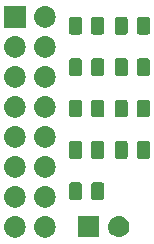
<source format=gbr>
G04 #@! TF.GenerationSoftware,KiCad,Pcbnew,(5.1.0-0)*
G04 #@! TF.CreationDate,2019-08-08T23:34:54-04:00*
G04 #@! TF.ProjectId,Dell Optiplex Front Panel LED Indicator Adapter,44656c6c-204f-4707-9469-706c65782046,rev?*
G04 #@! TF.SameCoordinates,Original*
G04 #@! TF.FileFunction,Soldermask,Top*
G04 #@! TF.FilePolarity,Negative*
%FSLAX46Y46*%
G04 Gerber Fmt 4.6, Leading zero omitted, Abs format (unit mm)*
G04 Created by KiCad (PCBNEW (5.1.0-0)) date 2019-08-08 23:34:54*
%MOMM*%
%LPD*%
G04 APERTURE LIST*
%ADD10C,0.100000*%
G04 APERTURE END LIST*
D10*
G36*
X147150442Y-81635518D02*
G01*
X147216627Y-81642037D01*
X147386466Y-81693557D01*
X147542991Y-81777222D01*
X147578729Y-81806552D01*
X147680186Y-81889814D01*
X147763448Y-81991271D01*
X147792778Y-82027009D01*
X147792779Y-82027011D01*
X147860407Y-82153532D01*
X147876443Y-82183534D01*
X147927963Y-82353373D01*
X147945359Y-82530000D01*
X147927963Y-82706627D01*
X147876443Y-82876466D01*
X147792778Y-83032991D01*
X147763448Y-83068729D01*
X147680186Y-83170186D01*
X147579546Y-83252778D01*
X147542991Y-83282778D01*
X147542989Y-83282779D01*
X147442594Y-83336442D01*
X147386466Y-83366443D01*
X147216627Y-83417963D01*
X147150442Y-83424482D01*
X147084260Y-83431000D01*
X146995740Y-83431000D01*
X146929558Y-83424482D01*
X146863373Y-83417963D01*
X146693534Y-83366443D01*
X146637407Y-83336442D01*
X146537011Y-83282779D01*
X146537009Y-83282778D01*
X146500454Y-83252778D01*
X146399814Y-83170186D01*
X146316552Y-83068729D01*
X146287222Y-83032991D01*
X146203557Y-82876466D01*
X146152037Y-82706627D01*
X146134641Y-82530000D01*
X146152037Y-82353373D01*
X146203557Y-82183534D01*
X146219594Y-82153532D01*
X146287221Y-82027011D01*
X146287222Y-82027009D01*
X146316552Y-81991271D01*
X146399814Y-81889814D01*
X146501271Y-81806552D01*
X146537009Y-81777222D01*
X146693534Y-81693557D01*
X146863373Y-81642037D01*
X146929558Y-81635518D01*
X146995740Y-81629000D01*
X147084260Y-81629000D01*
X147150442Y-81635518D01*
X147150442Y-81635518D01*
G37*
G36*
X144610442Y-81635518D02*
G01*
X144676627Y-81642037D01*
X144846466Y-81693557D01*
X145002991Y-81777222D01*
X145038729Y-81806552D01*
X145140186Y-81889814D01*
X145223448Y-81991271D01*
X145252778Y-82027009D01*
X145252779Y-82027011D01*
X145320407Y-82153532D01*
X145336443Y-82183534D01*
X145387963Y-82353373D01*
X145405359Y-82530000D01*
X145387963Y-82706627D01*
X145336443Y-82876466D01*
X145252778Y-83032991D01*
X145223448Y-83068729D01*
X145140186Y-83170186D01*
X145039546Y-83252778D01*
X145002991Y-83282778D01*
X145002989Y-83282779D01*
X144902594Y-83336442D01*
X144846466Y-83366443D01*
X144676627Y-83417963D01*
X144610442Y-83424482D01*
X144544260Y-83431000D01*
X144455740Y-83431000D01*
X144389558Y-83424482D01*
X144323373Y-83417963D01*
X144153534Y-83366443D01*
X144097407Y-83336442D01*
X143997011Y-83282779D01*
X143997009Y-83282778D01*
X143960454Y-83252778D01*
X143859814Y-83170186D01*
X143776552Y-83068729D01*
X143747222Y-83032991D01*
X143663557Y-82876466D01*
X143612037Y-82706627D01*
X143594641Y-82530000D01*
X143612037Y-82353373D01*
X143663557Y-82183534D01*
X143679594Y-82153532D01*
X143747221Y-82027011D01*
X143747222Y-82027009D01*
X143776552Y-81991271D01*
X143859814Y-81889814D01*
X143961271Y-81806552D01*
X143997009Y-81777222D01*
X144153534Y-81693557D01*
X144323373Y-81642037D01*
X144389558Y-81635518D01*
X144455740Y-81629000D01*
X144544260Y-81629000D01*
X144610442Y-81635518D01*
X144610442Y-81635518D01*
G37*
G36*
X153400442Y-81605518D02*
G01*
X153466627Y-81612037D01*
X153636466Y-81663557D01*
X153636468Y-81663558D01*
X153714729Y-81705390D01*
X153792991Y-81747222D01*
X153828729Y-81776552D01*
X153930186Y-81859814D01*
X154013448Y-81961271D01*
X154042778Y-81997009D01*
X154126443Y-82153534D01*
X154177963Y-82323373D01*
X154195359Y-82500000D01*
X154177963Y-82676627D01*
X154126443Y-82846466D01*
X154126442Y-82846468D01*
X154084611Y-82924728D01*
X154042778Y-83002991D01*
X154018159Y-83032989D01*
X153930186Y-83140186D01*
X153828729Y-83223448D01*
X153792991Y-83252778D01*
X153636466Y-83336443D01*
X153466627Y-83387963D01*
X153400443Y-83394481D01*
X153334260Y-83401000D01*
X153245740Y-83401000D01*
X153179557Y-83394481D01*
X153113373Y-83387963D01*
X152943534Y-83336443D01*
X152787009Y-83252778D01*
X152751271Y-83223448D01*
X152649814Y-83140186D01*
X152561841Y-83032989D01*
X152537222Y-83002991D01*
X152495389Y-82924728D01*
X152453558Y-82846468D01*
X152453557Y-82846466D01*
X152402037Y-82676627D01*
X152384641Y-82500000D01*
X152402037Y-82323373D01*
X152453557Y-82153534D01*
X152537222Y-81997009D01*
X152566552Y-81961271D01*
X152649814Y-81859814D01*
X152751271Y-81776552D01*
X152787009Y-81747222D01*
X152865271Y-81705390D01*
X152943532Y-81663558D01*
X152943534Y-81663557D01*
X153113373Y-81612037D01*
X153179558Y-81605518D01*
X153245740Y-81599000D01*
X153334260Y-81599000D01*
X153400442Y-81605518D01*
X153400442Y-81605518D01*
G37*
G36*
X151651000Y-83401000D02*
G01*
X149849000Y-83401000D01*
X149849000Y-81599000D01*
X151651000Y-81599000D01*
X151651000Y-83401000D01*
X151651000Y-83401000D01*
G37*
G36*
X144610443Y-79095519D02*
G01*
X144676627Y-79102037D01*
X144846466Y-79153557D01*
X145002991Y-79237222D01*
X145038729Y-79266552D01*
X145140186Y-79349814D01*
X145223448Y-79451271D01*
X145252778Y-79487009D01*
X145336443Y-79643534D01*
X145387963Y-79813373D01*
X145405359Y-79990000D01*
X145387963Y-80166627D01*
X145336443Y-80336466D01*
X145252778Y-80492991D01*
X145223448Y-80528729D01*
X145140186Y-80630186D01*
X145038729Y-80713448D01*
X145002991Y-80742778D01*
X144846466Y-80826443D01*
X144676627Y-80877963D01*
X144610443Y-80884481D01*
X144544260Y-80891000D01*
X144455740Y-80891000D01*
X144389557Y-80884481D01*
X144323373Y-80877963D01*
X144153534Y-80826443D01*
X143997009Y-80742778D01*
X143961271Y-80713448D01*
X143859814Y-80630186D01*
X143776552Y-80528729D01*
X143747222Y-80492991D01*
X143663557Y-80336466D01*
X143612037Y-80166627D01*
X143594641Y-79990000D01*
X143612037Y-79813373D01*
X143663557Y-79643534D01*
X143747222Y-79487009D01*
X143776552Y-79451271D01*
X143859814Y-79349814D01*
X143961271Y-79266552D01*
X143997009Y-79237222D01*
X144153534Y-79153557D01*
X144323373Y-79102037D01*
X144389557Y-79095519D01*
X144455740Y-79089000D01*
X144544260Y-79089000D01*
X144610443Y-79095519D01*
X144610443Y-79095519D01*
G37*
G36*
X147150443Y-79095519D02*
G01*
X147216627Y-79102037D01*
X147386466Y-79153557D01*
X147542991Y-79237222D01*
X147578729Y-79266552D01*
X147680186Y-79349814D01*
X147763448Y-79451271D01*
X147792778Y-79487009D01*
X147876443Y-79643534D01*
X147927963Y-79813373D01*
X147945359Y-79990000D01*
X147927963Y-80166627D01*
X147876443Y-80336466D01*
X147792778Y-80492991D01*
X147763448Y-80528729D01*
X147680186Y-80630186D01*
X147578729Y-80713448D01*
X147542991Y-80742778D01*
X147386466Y-80826443D01*
X147216627Y-80877963D01*
X147150443Y-80884481D01*
X147084260Y-80891000D01*
X146995740Y-80891000D01*
X146929557Y-80884481D01*
X146863373Y-80877963D01*
X146693534Y-80826443D01*
X146537009Y-80742778D01*
X146501271Y-80713448D01*
X146399814Y-80630186D01*
X146316552Y-80528729D01*
X146287222Y-80492991D01*
X146203557Y-80336466D01*
X146152037Y-80166627D01*
X146134641Y-79990000D01*
X146152037Y-79813373D01*
X146203557Y-79643534D01*
X146287222Y-79487009D01*
X146316552Y-79451271D01*
X146399814Y-79349814D01*
X146501271Y-79266552D01*
X146537009Y-79237222D01*
X146693534Y-79153557D01*
X146863373Y-79102037D01*
X146929557Y-79095519D01*
X146995740Y-79089000D01*
X147084260Y-79089000D01*
X147150443Y-79095519D01*
X147150443Y-79095519D01*
G37*
G36*
X151871468Y-78753565D02*
G01*
X151910138Y-78765296D01*
X151945777Y-78784346D01*
X151977017Y-78809983D01*
X152002654Y-78841223D01*
X152021704Y-78876862D01*
X152033435Y-78915532D01*
X152038000Y-78961888D01*
X152038000Y-80038112D01*
X152033435Y-80084468D01*
X152021704Y-80123138D01*
X152002654Y-80158777D01*
X151977017Y-80190017D01*
X151945777Y-80215654D01*
X151910138Y-80234704D01*
X151871468Y-80246435D01*
X151825112Y-80251000D01*
X151173888Y-80251000D01*
X151127532Y-80246435D01*
X151088862Y-80234704D01*
X151053223Y-80215654D01*
X151021983Y-80190017D01*
X150996346Y-80158777D01*
X150977296Y-80123138D01*
X150965565Y-80084468D01*
X150961000Y-80038112D01*
X150961000Y-78961888D01*
X150965565Y-78915532D01*
X150977296Y-78876862D01*
X150996346Y-78841223D01*
X151021983Y-78809983D01*
X151053223Y-78784346D01*
X151088862Y-78765296D01*
X151127532Y-78753565D01*
X151173888Y-78749000D01*
X151825112Y-78749000D01*
X151871468Y-78753565D01*
X151871468Y-78753565D01*
G37*
G36*
X149996468Y-78753565D02*
G01*
X150035138Y-78765296D01*
X150070777Y-78784346D01*
X150102017Y-78809983D01*
X150127654Y-78841223D01*
X150146704Y-78876862D01*
X150158435Y-78915532D01*
X150163000Y-78961888D01*
X150163000Y-80038112D01*
X150158435Y-80084468D01*
X150146704Y-80123138D01*
X150127654Y-80158777D01*
X150102017Y-80190017D01*
X150070777Y-80215654D01*
X150035138Y-80234704D01*
X149996468Y-80246435D01*
X149950112Y-80251000D01*
X149298888Y-80251000D01*
X149252532Y-80246435D01*
X149213862Y-80234704D01*
X149178223Y-80215654D01*
X149146983Y-80190017D01*
X149121346Y-80158777D01*
X149102296Y-80123138D01*
X149090565Y-80084468D01*
X149086000Y-80038112D01*
X149086000Y-78961888D01*
X149090565Y-78915532D01*
X149102296Y-78876862D01*
X149121346Y-78841223D01*
X149146983Y-78809983D01*
X149178223Y-78784346D01*
X149213862Y-78765296D01*
X149252532Y-78753565D01*
X149298888Y-78749000D01*
X149950112Y-78749000D01*
X149996468Y-78753565D01*
X149996468Y-78753565D01*
G37*
G36*
X147150443Y-76555519D02*
G01*
X147216627Y-76562037D01*
X147386466Y-76613557D01*
X147542991Y-76697222D01*
X147565450Y-76715654D01*
X147680186Y-76809814D01*
X147763448Y-76911271D01*
X147792778Y-76947009D01*
X147876443Y-77103534D01*
X147927963Y-77273373D01*
X147945359Y-77450000D01*
X147927963Y-77626627D01*
X147876443Y-77796466D01*
X147792778Y-77952991D01*
X147763448Y-77988729D01*
X147680186Y-78090186D01*
X147578729Y-78173448D01*
X147542991Y-78202778D01*
X147386466Y-78286443D01*
X147216627Y-78337963D01*
X147150442Y-78344482D01*
X147084260Y-78351000D01*
X146995740Y-78351000D01*
X146929558Y-78344482D01*
X146863373Y-78337963D01*
X146693534Y-78286443D01*
X146537009Y-78202778D01*
X146501271Y-78173448D01*
X146399814Y-78090186D01*
X146316552Y-77988729D01*
X146287222Y-77952991D01*
X146203557Y-77796466D01*
X146152037Y-77626627D01*
X146134641Y-77450000D01*
X146152037Y-77273373D01*
X146203557Y-77103534D01*
X146287222Y-76947009D01*
X146316552Y-76911271D01*
X146399814Y-76809814D01*
X146514550Y-76715654D01*
X146537009Y-76697222D01*
X146693534Y-76613557D01*
X146863373Y-76562037D01*
X146929557Y-76555519D01*
X146995740Y-76549000D01*
X147084260Y-76549000D01*
X147150443Y-76555519D01*
X147150443Y-76555519D01*
G37*
G36*
X144610443Y-76555519D02*
G01*
X144676627Y-76562037D01*
X144846466Y-76613557D01*
X145002991Y-76697222D01*
X145025450Y-76715654D01*
X145140186Y-76809814D01*
X145223448Y-76911271D01*
X145252778Y-76947009D01*
X145336443Y-77103534D01*
X145387963Y-77273373D01*
X145405359Y-77450000D01*
X145387963Y-77626627D01*
X145336443Y-77796466D01*
X145252778Y-77952991D01*
X145223448Y-77988729D01*
X145140186Y-78090186D01*
X145038729Y-78173448D01*
X145002991Y-78202778D01*
X144846466Y-78286443D01*
X144676627Y-78337963D01*
X144610442Y-78344482D01*
X144544260Y-78351000D01*
X144455740Y-78351000D01*
X144389558Y-78344482D01*
X144323373Y-78337963D01*
X144153534Y-78286443D01*
X143997009Y-78202778D01*
X143961271Y-78173448D01*
X143859814Y-78090186D01*
X143776552Y-77988729D01*
X143747222Y-77952991D01*
X143663557Y-77796466D01*
X143612037Y-77626627D01*
X143594641Y-77450000D01*
X143612037Y-77273373D01*
X143663557Y-77103534D01*
X143747222Y-76947009D01*
X143776552Y-76911271D01*
X143859814Y-76809814D01*
X143974550Y-76715654D01*
X143997009Y-76697222D01*
X144153534Y-76613557D01*
X144323373Y-76562037D01*
X144389557Y-76555519D01*
X144455740Y-76549000D01*
X144544260Y-76549000D01*
X144610443Y-76555519D01*
X144610443Y-76555519D01*
G37*
G36*
X151871468Y-75253565D02*
G01*
X151910138Y-75265296D01*
X151945777Y-75284346D01*
X151977017Y-75309983D01*
X152002654Y-75341223D01*
X152021704Y-75376862D01*
X152033435Y-75415532D01*
X152038000Y-75461888D01*
X152038000Y-76538112D01*
X152033435Y-76584468D01*
X152021704Y-76623138D01*
X152002654Y-76658777D01*
X151977017Y-76690017D01*
X151945777Y-76715654D01*
X151910138Y-76734704D01*
X151871468Y-76746435D01*
X151825112Y-76751000D01*
X151173888Y-76751000D01*
X151127532Y-76746435D01*
X151088862Y-76734704D01*
X151053223Y-76715654D01*
X151021983Y-76690017D01*
X150996346Y-76658777D01*
X150977296Y-76623138D01*
X150965565Y-76584468D01*
X150961000Y-76538112D01*
X150961000Y-75461888D01*
X150965565Y-75415532D01*
X150977296Y-75376862D01*
X150996346Y-75341223D01*
X151021983Y-75309983D01*
X151053223Y-75284346D01*
X151088862Y-75265296D01*
X151127532Y-75253565D01*
X151173888Y-75249000D01*
X151825112Y-75249000D01*
X151871468Y-75253565D01*
X151871468Y-75253565D01*
G37*
G36*
X149996468Y-75253565D02*
G01*
X150035138Y-75265296D01*
X150070777Y-75284346D01*
X150102017Y-75309983D01*
X150127654Y-75341223D01*
X150146704Y-75376862D01*
X150158435Y-75415532D01*
X150163000Y-75461888D01*
X150163000Y-76538112D01*
X150158435Y-76584468D01*
X150146704Y-76623138D01*
X150127654Y-76658777D01*
X150102017Y-76690017D01*
X150070777Y-76715654D01*
X150035138Y-76734704D01*
X149996468Y-76746435D01*
X149950112Y-76751000D01*
X149298888Y-76751000D01*
X149252532Y-76746435D01*
X149213862Y-76734704D01*
X149178223Y-76715654D01*
X149146983Y-76690017D01*
X149121346Y-76658777D01*
X149102296Y-76623138D01*
X149090565Y-76584468D01*
X149086000Y-76538112D01*
X149086000Y-75461888D01*
X149090565Y-75415532D01*
X149102296Y-75376862D01*
X149121346Y-75341223D01*
X149146983Y-75309983D01*
X149178223Y-75284346D01*
X149213862Y-75265296D01*
X149252532Y-75253565D01*
X149298888Y-75249000D01*
X149950112Y-75249000D01*
X149996468Y-75253565D01*
X149996468Y-75253565D01*
G37*
G36*
X155747468Y-75253565D02*
G01*
X155786138Y-75265296D01*
X155821777Y-75284346D01*
X155853017Y-75309983D01*
X155878654Y-75341223D01*
X155897704Y-75376862D01*
X155909435Y-75415532D01*
X155914000Y-75461888D01*
X155914000Y-76538112D01*
X155909435Y-76584468D01*
X155897704Y-76623138D01*
X155878654Y-76658777D01*
X155853017Y-76690017D01*
X155821777Y-76715654D01*
X155786138Y-76734704D01*
X155747468Y-76746435D01*
X155701112Y-76751000D01*
X155049888Y-76751000D01*
X155003532Y-76746435D01*
X154964862Y-76734704D01*
X154929223Y-76715654D01*
X154897983Y-76690017D01*
X154872346Y-76658777D01*
X154853296Y-76623138D01*
X154841565Y-76584468D01*
X154837000Y-76538112D01*
X154837000Y-75461888D01*
X154841565Y-75415532D01*
X154853296Y-75376862D01*
X154872346Y-75341223D01*
X154897983Y-75309983D01*
X154929223Y-75284346D01*
X154964862Y-75265296D01*
X155003532Y-75253565D01*
X155049888Y-75249000D01*
X155701112Y-75249000D01*
X155747468Y-75253565D01*
X155747468Y-75253565D01*
G37*
G36*
X153872468Y-75253565D02*
G01*
X153911138Y-75265296D01*
X153946777Y-75284346D01*
X153978017Y-75309983D01*
X154003654Y-75341223D01*
X154022704Y-75376862D01*
X154034435Y-75415532D01*
X154039000Y-75461888D01*
X154039000Y-76538112D01*
X154034435Y-76584468D01*
X154022704Y-76623138D01*
X154003654Y-76658777D01*
X153978017Y-76690017D01*
X153946777Y-76715654D01*
X153911138Y-76734704D01*
X153872468Y-76746435D01*
X153826112Y-76751000D01*
X153174888Y-76751000D01*
X153128532Y-76746435D01*
X153089862Y-76734704D01*
X153054223Y-76715654D01*
X153022983Y-76690017D01*
X152997346Y-76658777D01*
X152978296Y-76623138D01*
X152966565Y-76584468D01*
X152962000Y-76538112D01*
X152962000Y-75461888D01*
X152966565Y-75415532D01*
X152978296Y-75376862D01*
X152997346Y-75341223D01*
X153022983Y-75309983D01*
X153054223Y-75284346D01*
X153089862Y-75265296D01*
X153128532Y-75253565D01*
X153174888Y-75249000D01*
X153826112Y-75249000D01*
X153872468Y-75253565D01*
X153872468Y-75253565D01*
G37*
G36*
X147150442Y-74015518D02*
G01*
X147216627Y-74022037D01*
X147386466Y-74073557D01*
X147542991Y-74157222D01*
X147578729Y-74186552D01*
X147680186Y-74269814D01*
X147763448Y-74371271D01*
X147792778Y-74407009D01*
X147876443Y-74563534D01*
X147927963Y-74733373D01*
X147945359Y-74910000D01*
X147927963Y-75086627D01*
X147876443Y-75256466D01*
X147792778Y-75412991D01*
X147763448Y-75448729D01*
X147680186Y-75550186D01*
X147578729Y-75633448D01*
X147542991Y-75662778D01*
X147386466Y-75746443D01*
X147216627Y-75797963D01*
X147150443Y-75804481D01*
X147084260Y-75811000D01*
X146995740Y-75811000D01*
X146929557Y-75804481D01*
X146863373Y-75797963D01*
X146693534Y-75746443D01*
X146537009Y-75662778D01*
X146501271Y-75633448D01*
X146399814Y-75550186D01*
X146316552Y-75448729D01*
X146287222Y-75412991D01*
X146203557Y-75256466D01*
X146152037Y-75086627D01*
X146134641Y-74910000D01*
X146152037Y-74733373D01*
X146203557Y-74563534D01*
X146287222Y-74407009D01*
X146316552Y-74371271D01*
X146399814Y-74269814D01*
X146501271Y-74186552D01*
X146537009Y-74157222D01*
X146693534Y-74073557D01*
X146863373Y-74022037D01*
X146929558Y-74015518D01*
X146995740Y-74009000D01*
X147084260Y-74009000D01*
X147150442Y-74015518D01*
X147150442Y-74015518D01*
G37*
G36*
X144610442Y-74015518D02*
G01*
X144676627Y-74022037D01*
X144846466Y-74073557D01*
X145002991Y-74157222D01*
X145038729Y-74186552D01*
X145140186Y-74269814D01*
X145223448Y-74371271D01*
X145252778Y-74407009D01*
X145336443Y-74563534D01*
X145387963Y-74733373D01*
X145405359Y-74910000D01*
X145387963Y-75086627D01*
X145336443Y-75256466D01*
X145252778Y-75412991D01*
X145223448Y-75448729D01*
X145140186Y-75550186D01*
X145038729Y-75633448D01*
X145002991Y-75662778D01*
X144846466Y-75746443D01*
X144676627Y-75797963D01*
X144610443Y-75804481D01*
X144544260Y-75811000D01*
X144455740Y-75811000D01*
X144389557Y-75804481D01*
X144323373Y-75797963D01*
X144153534Y-75746443D01*
X143997009Y-75662778D01*
X143961271Y-75633448D01*
X143859814Y-75550186D01*
X143776552Y-75448729D01*
X143747222Y-75412991D01*
X143663557Y-75256466D01*
X143612037Y-75086627D01*
X143594641Y-74910000D01*
X143612037Y-74733373D01*
X143663557Y-74563534D01*
X143747222Y-74407009D01*
X143776552Y-74371271D01*
X143859814Y-74269814D01*
X143961271Y-74186552D01*
X143997009Y-74157222D01*
X144153534Y-74073557D01*
X144323373Y-74022037D01*
X144389558Y-74015518D01*
X144455740Y-74009000D01*
X144544260Y-74009000D01*
X144610442Y-74015518D01*
X144610442Y-74015518D01*
G37*
G36*
X147150442Y-71475518D02*
G01*
X147216627Y-71482037D01*
X147386466Y-71533557D01*
X147542991Y-71617222D01*
X147578729Y-71646552D01*
X147680186Y-71729814D01*
X147745978Y-71809983D01*
X147792778Y-71867009D01*
X147876443Y-72023534D01*
X147927963Y-72193373D01*
X147945359Y-72370000D01*
X147927963Y-72546627D01*
X147876443Y-72716466D01*
X147792778Y-72872991D01*
X147763448Y-72908729D01*
X147680186Y-73010186D01*
X147589672Y-73084468D01*
X147542991Y-73122778D01*
X147386466Y-73206443D01*
X147216627Y-73257963D01*
X147150442Y-73264482D01*
X147084260Y-73271000D01*
X146995740Y-73271000D01*
X146929558Y-73264482D01*
X146863373Y-73257963D01*
X146693534Y-73206443D01*
X146537009Y-73122778D01*
X146490328Y-73084468D01*
X146399814Y-73010186D01*
X146316552Y-72908729D01*
X146287222Y-72872991D01*
X146203557Y-72716466D01*
X146152037Y-72546627D01*
X146134641Y-72370000D01*
X146152037Y-72193373D01*
X146203557Y-72023534D01*
X146287222Y-71867009D01*
X146334022Y-71809983D01*
X146399814Y-71729814D01*
X146501271Y-71646552D01*
X146537009Y-71617222D01*
X146693534Y-71533557D01*
X146863373Y-71482037D01*
X146929558Y-71475518D01*
X146995740Y-71469000D01*
X147084260Y-71469000D01*
X147150442Y-71475518D01*
X147150442Y-71475518D01*
G37*
G36*
X144610442Y-71475518D02*
G01*
X144676627Y-71482037D01*
X144846466Y-71533557D01*
X145002991Y-71617222D01*
X145038729Y-71646552D01*
X145140186Y-71729814D01*
X145205978Y-71809983D01*
X145252778Y-71867009D01*
X145336443Y-72023534D01*
X145387963Y-72193373D01*
X145405359Y-72370000D01*
X145387963Y-72546627D01*
X145336443Y-72716466D01*
X145252778Y-72872991D01*
X145223448Y-72908729D01*
X145140186Y-73010186D01*
X145049672Y-73084468D01*
X145002991Y-73122778D01*
X144846466Y-73206443D01*
X144676627Y-73257963D01*
X144610442Y-73264482D01*
X144544260Y-73271000D01*
X144455740Y-73271000D01*
X144389558Y-73264482D01*
X144323373Y-73257963D01*
X144153534Y-73206443D01*
X143997009Y-73122778D01*
X143950328Y-73084468D01*
X143859814Y-73010186D01*
X143776552Y-72908729D01*
X143747222Y-72872991D01*
X143663557Y-72716466D01*
X143612037Y-72546627D01*
X143594641Y-72370000D01*
X143612037Y-72193373D01*
X143663557Y-72023534D01*
X143747222Y-71867009D01*
X143794022Y-71809983D01*
X143859814Y-71729814D01*
X143961271Y-71646552D01*
X143997009Y-71617222D01*
X144153534Y-71533557D01*
X144323373Y-71482037D01*
X144389558Y-71475518D01*
X144455740Y-71469000D01*
X144544260Y-71469000D01*
X144610442Y-71475518D01*
X144610442Y-71475518D01*
G37*
G36*
X153872468Y-71753565D02*
G01*
X153911138Y-71765296D01*
X153946777Y-71784346D01*
X153978017Y-71809983D01*
X154003654Y-71841223D01*
X154022704Y-71876862D01*
X154034435Y-71915532D01*
X154039000Y-71961888D01*
X154039000Y-73038112D01*
X154034435Y-73084468D01*
X154022704Y-73123138D01*
X154003654Y-73158777D01*
X153978017Y-73190017D01*
X153946777Y-73215654D01*
X153911138Y-73234704D01*
X153872468Y-73246435D01*
X153826112Y-73251000D01*
X153174888Y-73251000D01*
X153128532Y-73246435D01*
X153089862Y-73234704D01*
X153054223Y-73215654D01*
X153022983Y-73190017D01*
X152997346Y-73158777D01*
X152978296Y-73123138D01*
X152966565Y-73084468D01*
X152962000Y-73038112D01*
X152962000Y-71961888D01*
X152966565Y-71915532D01*
X152978296Y-71876862D01*
X152997346Y-71841223D01*
X153022983Y-71809983D01*
X153054223Y-71784346D01*
X153089862Y-71765296D01*
X153128532Y-71753565D01*
X153174888Y-71749000D01*
X153826112Y-71749000D01*
X153872468Y-71753565D01*
X153872468Y-71753565D01*
G37*
G36*
X155747468Y-71753565D02*
G01*
X155786138Y-71765296D01*
X155821777Y-71784346D01*
X155853017Y-71809983D01*
X155878654Y-71841223D01*
X155897704Y-71876862D01*
X155909435Y-71915532D01*
X155914000Y-71961888D01*
X155914000Y-73038112D01*
X155909435Y-73084468D01*
X155897704Y-73123138D01*
X155878654Y-73158777D01*
X155853017Y-73190017D01*
X155821777Y-73215654D01*
X155786138Y-73234704D01*
X155747468Y-73246435D01*
X155701112Y-73251000D01*
X155049888Y-73251000D01*
X155003532Y-73246435D01*
X154964862Y-73234704D01*
X154929223Y-73215654D01*
X154897983Y-73190017D01*
X154872346Y-73158777D01*
X154853296Y-73123138D01*
X154841565Y-73084468D01*
X154837000Y-73038112D01*
X154837000Y-71961888D01*
X154841565Y-71915532D01*
X154853296Y-71876862D01*
X154872346Y-71841223D01*
X154897983Y-71809983D01*
X154929223Y-71784346D01*
X154964862Y-71765296D01*
X155003532Y-71753565D01*
X155049888Y-71749000D01*
X155701112Y-71749000D01*
X155747468Y-71753565D01*
X155747468Y-71753565D01*
G37*
G36*
X151871468Y-71753565D02*
G01*
X151910138Y-71765296D01*
X151945777Y-71784346D01*
X151977017Y-71809983D01*
X152002654Y-71841223D01*
X152021704Y-71876862D01*
X152033435Y-71915532D01*
X152038000Y-71961888D01*
X152038000Y-73038112D01*
X152033435Y-73084468D01*
X152021704Y-73123138D01*
X152002654Y-73158777D01*
X151977017Y-73190017D01*
X151945777Y-73215654D01*
X151910138Y-73234704D01*
X151871468Y-73246435D01*
X151825112Y-73251000D01*
X151173888Y-73251000D01*
X151127532Y-73246435D01*
X151088862Y-73234704D01*
X151053223Y-73215654D01*
X151021983Y-73190017D01*
X150996346Y-73158777D01*
X150977296Y-73123138D01*
X150965565Y-73084468D01*
X150961000Y-73038112D01*
X150961000Y-71961888D01*
X150965565Y-71915532D01*
X150977296Y-71876862D01*
X150996346Y-71841223D01*
X151021983Y-71809983D01*
X151053223Y-71784346D01*
X151088862Y-71765296D01*
X151127532Y-71753565D01*
X151173888Y-71749000D01*
X151825112Y-71749000D01*
X151871468Y-71753565D01*
X151871468Y-71753565D01*
G37*
G36*
X149996468Y-71753565D02*
G01*
X150035138Y-71765296D01*
X150070777Y-71784346D01*
X150102017Y-71809983D01*
X150127654Y-71841223D01*
X150146704Y-71876862D01*
X150158435Y-71915532D01*
X150163000Y-71961888D01*
X150163000Y-73038112D01*
X150158435Y-73084468D01*
X150146704Y-73123138D01*
X150127654Y-73158777D01*
X150102017Y-73190017D01*
X150070777Y-73215654D01*
X150035138Y-73234704D01*
X149996468Y-73246435D01*
X149950112Y-73251000D01*
X149298888Y-73251000D01*
X149252532Y-73246435D01*
X149213862Y-73234704D01*
X149178223Y-73215654D01*
X149146983Y-73190017D01*
X149121346Y-73158777D01*
X149102296Y-73123138D01*
X149090565Y-73084468D01*
X149086000Y-73038112D01*
X149086000Y-71961888D01*
X149090565Y-71915532D01*
X149102296Y-71876862D01*
X149121346Y-71841223D01*
X149146983Y-71809983D01*
X149178223Y-71784346D01*
X149213862Y-71765296D01*
X149252532Y-71753565D01*
X149298888Y-71749000D01*
X149950112Y-71749000D01*
X149996468Y-71753565D01*
X149996468Y-71753565D01*
G37*
G36*
X144610443Y-68935519D02*
G01*
X144676627Y-68942037D01*
X144846466Y-68993557D01*
X145002991Y-69077222D01*
X145038729Y-69106552D01*
X145140186Y-69189814D01*
X145223448Y-69291271D01*
X145252778Y-69327009D01*
X145336443Y-69483534D01*
X145387963Y-69653373D01*
X145405359Y-69830000D01*
X145387963Y-70006627D01*
X145336443Y-70176466D01*
X145252778Y-70332991D01*
X145223448Y-70368729D01*
X145140186Y-70470186D01*
X145038729Y-70553448D01*
X145002991Y-70582778D01*
X144846466Y-70666443D01*
X144676627Y-70717963D01*
X144610443Y-70724481D01*
X144544260Y-70731000D01*
X144455740Y-70731000D01*
X144389557Y-70724481D01*
X144323373Y-70717963D01*
X144153534Y-70666443D01*
X143997009Y-70582778D01*
X143961271Y-70553448D01*
X143859814Y-70470186D01*
X143776552Y-70368729D01*
X143747222Y-70332991D01*
X143663557Y-70176466D01*
X143612037Y-70006627D01*
X143594641Y-69830000D01*
X143612037Y-69653373D01*
X143663557Y-69483534D01*
X143747222Y-69327009D01*
X143776552Y-69291271D01*
X143859814Y-69189814D01*
X143961271Y-69106552D01*
X143997009Y-69077222D01*
X144153534Y-68993557D01*
X144323373Y-68942037D01*
X144389557Y-68935519D01*
X144455740Y-68929000D01*
X144544260Y-68929000D01*
X144610443Y-68935519D01*
X144610443Y-68935519D01*
G37*
G36*
X147150443Y-68935519D02*
G01*
X147216627Y-68942037D01*
X147386466Y-68993557D01*
X147542991Y-69077222D01*
X147578729Y-69106552D01*
X147680186Y-69189814D01*
X147763448Y-69291271D01*
X147792778Y-69327009D01*
X147876443Y-69483534D01*
X147927963Y-69653373D01*
X147945359Y-69830000D01*
X147927963Y-70006627D01*
X147876443Y-70176466D01*
X147792778Y-70332991D01*
X147763448Y-70368729D01*
X147680186Y-70470186D01*
X147578729Y-70553448D01*
X147542991Y-70582778D01*
X147386466Y-70666443D01*
X147216627Y-70717963D01*
X147150443Y-70724481D01*
X147084260Y-70731000D01*
X146995740Y-70731000D01*
X146929557Y-70724481D01*
X146863373Y-70717963D01*
X146693534Y-70666443D01*
X146537009Y-70582778D01*
X146501271Y-70553448D01*
X146399814Y-70470186D01*
X146316552Y-70368729D01*
X146287222Y-70332991D01*
X146203557Y-70176466D01*
X146152037Y-70006627D01*
X146134641Y-69830000D01*
X146152037Y-69653373D01*
X146203557Y-69483534D01*
X146287222Y-69327009D01*
X146316552Y-69291271D01*
X146399814Y-69189814D01*
X146501271Y-69106552D01*
X146537009Y-69077222D01*
X146693534Y-68993557D01*
X146863373Y-68942037D01*
X146929557Y-68935519D01*
X146995740Y-68929000D01*
X147084260Y-68929000D01*
X147150443Y-68935519D01*
X147150443Y-68935519D01*
G37*
G36*
X149996468Y-68253565D02*
G01*
X150035138Y-68265296D01*
X150070777Y-68284346D01*
X150102017Y-68309983D01*
X150127654Y-68341223D01*
X150146704Y-68376862D01*
X150158435Y-68415532D01*
X150163000Y-68461888D01*
X150163000Y-69538112D01*
X150158435Y-69584468D01*
X150146704Y-69623138D01*
X150127654Y-69658777D01*
X150102017Y-69690017D01*
X150070777Y-69715654D01*
X150035138Y-69734704D01*
X149996468Y-69746435D01*
X149950112Y-69751000D01*
X149298888Y-69751000D01*
X149252532Y-69746435D01*
X149213862Y-69734704D01*
X149178223Y-69715654D01*
X149146983Y-69690017D01*
X149121346Y-69658777D01*
X149102296Y-69623138D01*
X149090565Y-69584468D01*
X149086000Y-69538112D01*
X149086000Y-68461888D01*
X149090565Y-68415532D01*
X149102296Y-68376862D01*
X149121346Y-68341223D01*
X149146983Y-68309983D01*
X149178223Y-68284346D01*
X149213862Y-68265296D01*
X149252532Y-68253565D01*
X149298888Y-68249000D01*
X149950112Y-68249000D01*
X149996468Y-68253565D01*
X149996468Y-68253565D01*
G37*
G36*
X155747468Y-68253565D02*
G01*
X155786138Y-68265296D01*
X155821777Y-68284346D01*
X155853017Y-68309983D01*
X155878654Y-68341223D01*
X155897704Y-68376862D01*
X155909435Y-68415532D01*
X155914000Y-68461888D01*
X155914000Y-69538112D01*
X155909435Y-69584468D01*
X155897704Y-69623138D01*
X155878654Y-69658777D01*
X155853017Y-69690017D01*
X155821777Y-69715654D01*
X155786138Y-69734704D01*
X155747468Y-69746435D01*
X155701112Y-69751000D01*
X155049888Y-69751000D01*
X155003532Y-69746435D01*
X154964862Y-69734704D01*
X154929223Y-69715654D01*
X154897983Y-69690017D01*
X154872346Y-69658777D01*
X154853296Y-69623138D01*
X154841565Y-69584468D01*
X154837000Y-69538112D01*
X154837000Y-68461888D01*
X154841565Y-68415532D01*
X154853296Y-68376862D01*
X154872346Y-68341223D01*
X154897983Y-68309983D01*
X154929223Y-68284346D01*
X154964862Y-68265296D01*
X155003532Y-68253565D01*
X155049888Y-68249000D01*
X155701112Y-68249000D01*
X155747468Y-68253565D01*
X155747468Y-68253565D01*
G37*
G36*
X151871468Y-68253565D02*
G01*
X151910138Y-68265296D01*
X151945777Y-68284346D01*
X151977017Y-68309983D01*
X152002654Y-68341223D01*
X152021704Y-68376862D01*
X152033435Y-68415532D01*
X152038000Y-68461888D01*
X152038000Y-69538112D01*
X152033435Y-69584468D01*
X152021704Y-69623138D01*
X152002654Y-69658777D01*
X151977017Y-69690017D01*
X151945777Y-69715654D01*
X151910138Y-69734704D01*
X151871468Y-69746435D01*
X151825112Y-69751000D01*
X151173888Y-69751000D01*
X151127532Y-69746435D01*
X151088862Y-69734704D01*
X151053223Y-69715654D01*
X151021983Y-69690017D01*
X150996346Y-69658777D01*
X150977296Y-69623138D01*
X150965565Y-69584468D01*
X150961000Y-69538112D01*
X150961000Y-68461888D01*
X150965565Y-68415532D01*
X150977296Y-68376862D01*
X150996346Y-68341223D01*
X151021983Y-68309983D01*
X151053223Y-68284346D01*
X151088862Y-68265296D01*
X151127532Y-68253565D01*
X151173888Y-68249000D01*
X151825112Y-68249000D01*
X151871468Y-68253565D01*
X151871468Y-68253565D01*
G37*
G36*
X153872468Y-68253565D02*
G01*
X153911138Y-68265296D01*
X153946777Y-68284346D01*
X153978017Y-68309983D01*
X154003654Y-68341223D01*
X154022704Y-68376862D01*
X154034435Y-68415532D01*
X154039000Y-68461888D01*
X154039000Y-69538112D01*
X154034435Y-69584468D01*
X154022704Y-69623138D01*
X154003654Y-69658777D01*
X153978017Y-69690017D01*
X153946777Y-69715654D01*
X153911138Y-69734704D01*
X153872468Y-69746435D01*
X153826112Y-69751000D01*
X153174888Y-69751000D01*
X153128532Y-69746435D01*
X153089862Y-69734704D01*
X153054223Y-69715654D01*
X153022983Y-69690017D01*
X152997346Y-69658777D01*
X152978296Y-69623138D01*
X152966565Y-69584468D01*
X152962000Y-69538112D01*
X152962000Y-68461888D01*
X152966565Y-68415532D01*
X152978296Y-68376862D01*
X152997346Y-68341223D01*
X153022983Y-68309983D01*
X153054223Y-68284346D01*
X153089862Y-68265296D01*
X153128532Y-68253565D01*
X153174888Y-68249000D01*
X153826112Y-68249000D01*
X153872468Y-68253565D01*
X153872468Y-68253565D01*
G37*
G36*
X144610443Y-66395519D02*
G01*
X144676627Y-66402037D01*
X144846466Y-66453557D01*
X145002991Y-66537222D01*
X145038729Y-66566552D01*
X145140186Y-66649814D01*
X145223448Y-66751271D01*
X145252778Y-66787009D01*
X145336443Y-66943534D01*
X145387963Y-67113373D01*
X145405359Y-67290000D01*
X145387963Y-67466627D01*
X145336443Y-67636466D01*
X145252778Y-67792991D01*
X145223448Y-67828729D01*
X145140186Y-67930186D01*
X145038729Y-68013448D01*
X145002991Y-68042778D01*
X144846466Y-68126443D01*
X144676627Y-68177963D01*
X144610442Y-68184482D01*
X144544260Y-68191000D01*
X144455740Y-68191000D01*
X144389558Y-68184482D01*
X144323373Y-68177963D01*
X144153534Y-68126443D01*
X143997009Y-68042778D01*
X143961271Y-68013448D01*
X143859814Y-67930186D01*
X143776552Y-67828729D01*
X143747222Y-67792991D01*
X143663557Y-67636466D01*
X143612037Y-67466627D01*
X143594641Y-67290000D01*
X143612037Y-67113373D01*
X143663557Y-66943534D01*
X143747222Y-66787009D01*
X143776552Y-66751271D01*
X143859814Y-66649814D01*
X143961271Y-66566552D01*
X143997009Y-66537222D01*
X144153534Y-66453557D01*
X144323373Y-66402037D01*
X144389557Y-66395519D01*
X144455740Y-66389000D01*
X144544260Y-66389000D01*
X144610443Y-66395519D01*
X144610443Y-66395519D01*
G37*
G36*
X147150443Y-66395519D02*
G01*
X147216627Y-66402037D01*
X147386466Y-66453557D01*
X147542991Y-66537222D01*
X147578729Y-66566552D01*
X147680186Y-66649814D01*
X147763448Y-66751271D01*
X147792778Y-66787009D01*
X147876443Y-66943534D01*
X147927963Y-67113373D01*
X147945359Y-67290000D01*
X147927963Y-67466627D01*
X147876443Y-67636466D01*
X147792778Y-67792991D01*
X147763448Y-67828729D01*
X147680186Y-67930186D01*
X147578729Y-68013448D01*
X147542991Y-68042778D01*
X147386466Y-68126443D01*
X147216627Y-68177963D01*
X147150442Y-68184482D01*
X147084260Y-68191000D01*
X146995740Y-68191000D01*
X146929558Y-68184482D01*
X146863373Y-68177963D01*
X146693534Y-68126443D01*
X146537009Y-68042778D01*
X146501271Y-68013448D01*
X146399814Y-67930186D01*
X146316552Y-67828729D01*
X146287222Y-67792991D01*
X146203557Y-67636466D01*
X146152037Y-67466627D01*
X146134641Y-67290000D01*
X146152037Y-67113373D01*
X146203557Y-66943534D01*
X146287222Y-66787009D01*
X146316552Y-66751271D01*
X146399814Y-66649814D01*
X146501271Y-66566552D01*
X146537009Y-66537222D01*
X146693534Y-66453557D01*
X146863373Y-66402037D01*
X146929557Y-66395519D01*
X146995740Y-66389000D01*
X147084260Y-66389000D01*
X147150443Y-66395519D01*
X147150443Y-66395519D01*
G37*
G36*
X155747468Y-64753565D02*
G01*
X155786138Y-64765296D01*
X155821777Y-64784346D01*
X155853017Y-64809983D01*
X155878654Y-64841223D01*
X155897704Y-64876862D01*
X155909435Y-64915532D01*
X155914000Y-64961888D01*
X155914000Y-66038112D01*
X155909435Y-66084468D01*
X155897704Y-66123138D01*
X155878654Y-66158777D01*
X155853017Y-66190017D01*
X155821777Y-66215654D01*
X155786138Y-66234704D01*
X155747468Y-66246435D01*
X155701112Y-66251000D01*
X155049888Y-66251000D01*
X155003532Y-66246435D01*
X154964862Y-66234704D01*
X154929223Y-66215654D01*
X154897983Y-66190017D01*
X154872346Y-66158777D01*
X154853296Y-66123138D01*
X154841565Y-66084468D01*
X154837000Y-66038112D01*
X154837000Y-64961888D01*
X154841565Y-64915532D01*
X154853296Y-64876862D01*
X154872346Y-64841223D01*
X154897983Y-64809983D01*
X154929223Y-64784346D01*
X154964862Y-64765296D01*
X155003532Y-64753565D01*
X155049888Y-64749000D01*
X155701112Y-64749000D01*
X155747468Y-64753565D01*
X155747468Y-64753565D01*
G37*
G36*
X153872468Y-64753565D02*
G01*
X153911138Y-64765296D01*
X153946777Y-64784346D01*
X153978017Y-64809983D01*
X154003654Y-64841223D01*
X154022704Y-64876862D01*
X154034435Y-64915532D01*
X154039000Y-64961888D01*
X154039000Y-66038112D01*
X154034435Y-66084468D01*
X154022704Y-66123138D01*
X154003654Y-66158777D01*
X153978017Y-66190017D01*
X153946777Y-66215654D01*
X153911138Y-66234704D01*
X153872468Y-66246435D01*
X153826112Y-66251000D01*
X153174888Y-66251000D01*
X153128532Y-66246435D01*
X153089862Y-66234704D01*
X153054223Y-66215654D01*
X153022983Y-66190017D01*
X152997346Y-66158777D01*
X152978296Y-66123138D01*
X152966565Y-66084468D01*
X152962000Y-66038112D01*
X152962000Y-64961888D01*
X152966565Y-64915532D01*
X152978296Y-64876862D01*
X152997346Y-64841223D01*
X153022983Y-64809983D01*
X153054223Y-64784346D01*
X153089862Y-64765296D01*
X153128532Y-64753565D01*
X153174888Y-64749000D01*
X153826112Y-64749000D01*
X153872468Y-64753565D01*
X153872468Y-64753565D01*
G37*
G36*
X151871468Y-64753565D02*
G01*
X151910138Y-64765296D01*
X151945777Y-64784346D01*
X151977017Y-64809983D01*
X152002654Y-64841223D01*
X152021704Y-64876862D01*
X152033435Y-64915532D01*
X152038000Y-64961888D01*
X152038000Y-66038112D01*
X152033435Y-66084468D01*
X152021704Y-66123138D01*
X152002654Y-66158777D01*
X151977017Y-66190017D01*
X151945777Y-66215654D01*
X151910138Y-66234704D01*
X151871468Y-66246435D01*
X151825112Y-66251000D01*
X151173888Y-66251000D01*
X151127532Y-66246435D01*
X151088862Y-66234704D01*
X151053223Y-66215654D01*
X151021983Y-66190017D01*
X150996346Y-66158777D01*
X150977296Y-66123138D01*
X150965565Y-66084468D01*
X150961000Y-66038112D01*
X150961000Y-64961888D01*
X150965565Y-64915532D01*
X150977296Y-64876862D01*
X150996346Y-64841223D01*
X151021983Y-64809983D01*
X151053223Y-64784346D01*
X151088862Y-64765296D01*
X151127532Y-64753565D01*
X151173888Y-64749000D01*
X151825112Y-64749000D01*
X151871468Y-64753565D01*
X151871468Y-64753565D01*
G37*
G36*
X149996468Y-64753565D02*
G01*
X150035138Y-64765296D01*
X150070777Y-64784346D01*
X150102017Y-64809983D01*
X150127654Y-64841223D01*
X150146704Y-64876862D01*
X150158435Y-64915532D01*
X150163000Y-64961888D01*
X150163000Y-66038112D01*
X150158435Y-66084468D01*
X150146704Y-66123138D01*
X150127654Y-66158777D01*
X150102017Y-66190017D01*
X150070777Y-66215654D01*
X150035138Y-66234704D01*
X149996468Y-66246435D01*
X149950112Y-66251000D01*
X149298888Y-66251000D01*
X149252532Y-66246435D01*
X149213862Y-66234704D01*
X149178223Y-66215654D01*
X149146983Y-66190017D01*
X149121346Y-66158777D01*
X149102296Y-66123138D01*
X149090565Y-66084468D01*
X149086000Y-66038112D01*
X149086000Y-64961888D01*
X149090565Y-64915532D01*
X149102296Y-64876862D01*
X149121346Y-64841223D01*
X149146983Y-64809983D01*
X149178223Y-64784346D01*
X149213862Y-64765296D01*
X149252532Y-64753565D01*
X149298888Y-64749000D01*
X149950112Y-64749000D01*
X149996468Y-64753565D01*
X149996468Y-64753565D01*
G37*
G36*
X147150443Y-63855519D02*
G01*
X147216627Y-63862037D01*
X147386466Y-63913557D01*
X147542991Y-63997222D01*
X147578729Y-64026552D01*
X147680186Y-64109814D01*
X147763448Y-64211271D01*
X147792778Y-64247009D01*
X147876443Y-64403534D01*
X147927963Y-64573373D01*
X147945359Y-64750000D01*
X147927963Y-64926627D01*
X147876443Y-65096466D01*
X147792778Y-65252991D01*
X147763448Y-65288729D01*
X147680186Y-65390186D01*
X147578729Y-65473448D01*
X147542991Y-65502778D01*
X147386466Y-65586443D01*
X147216627Y-65637963D01*
X147150443Y-65644481D01*
X147084260Y-65651000D01*
X146995740Y-65651000D01*
X146929557Y-65644481D01*
X146863373Y-65637963D01*
X146693534Y-65586443D01*
X146537009Y-65502778D01*
X146501271Y-65473448D01*
X146399814Y-65390186D01*
X146316552Y-65288729D01*
X146287222Y-65252991D01*
X146203557Y-65096466D01*
X146152037Y-64926627D01*
X146134641Y-64750000D01*
X146152037Y-64573373D01*
X146203557Y-64403534D01*
X146287222Y-64247009D01*
X146316552Y-64211271D01*
X146399814Y-64109814D01*
X146501271Y-64026552D01*
X146537009Y-63997222D01*
X146693534Y-63913557D01*
X146863373Y-63862037D01*
X146929557Y-63855519D01*
X146995740Y-63849000D01*
X147084260Y-63849000D01*
X147150443Y-63855519D01*
X147150443Y-63855519D01*
G37*
G36*
X145401000Y-65651000D02*
G01*
X143599000Y-65651000D01*
X143599000Y-63849000D01*
X145401000Y-63849000D01*
X145401000Y-65651000D01*
X145401000Y-65651000D01*
G37*
M02*

</source>
